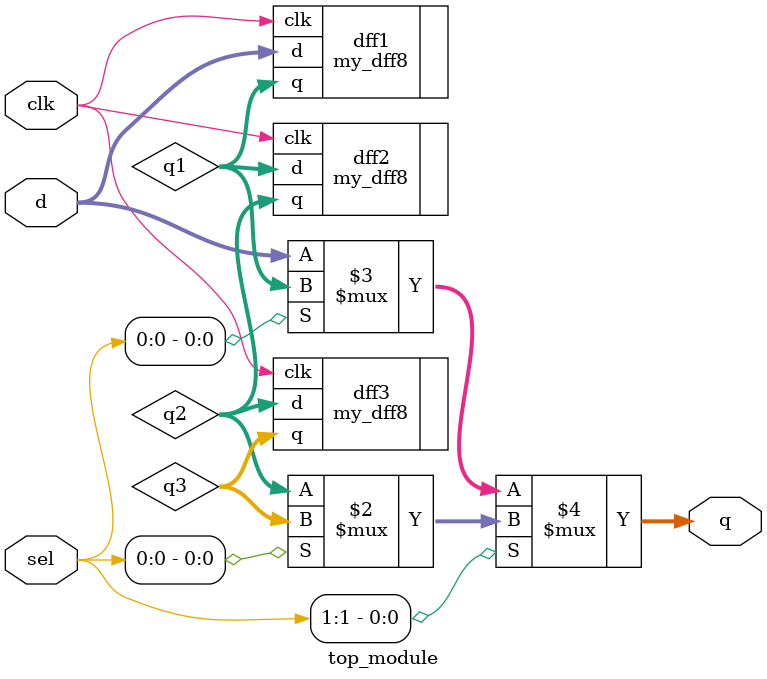
<source format=v>
module top_module ( 
    input clk, 
    input [7:0] d, 
    input [1:0] sel, 
    output reg [7:0] q );

    wire [7:0] q1, q2, q3;

    my_dff8 dff1(.clk(clk), .d(d), .q(q1));
    my_dff8 dff2(.clk(clk), .d(q1), .q(q2));
    my_dff8 dff3(.clk(clk), .d(q2), .q(q3));

    always @(*)
    begin
        q = sel[1] ? (sel[0] ? q3 : q2) : (sel[0] ? q1 : d);
    end
    // case(sel)
    // 2'h0: q = d;
    // 2'h1: q = o1;
    // 2'h2: q = o2;
    // 2'h3: q = o3;
    // endcase

endmodule

// module my_dff8 ( input clk, input [7:0] d, output [7:0] q );
//      // some code
// endmodule
</source>
